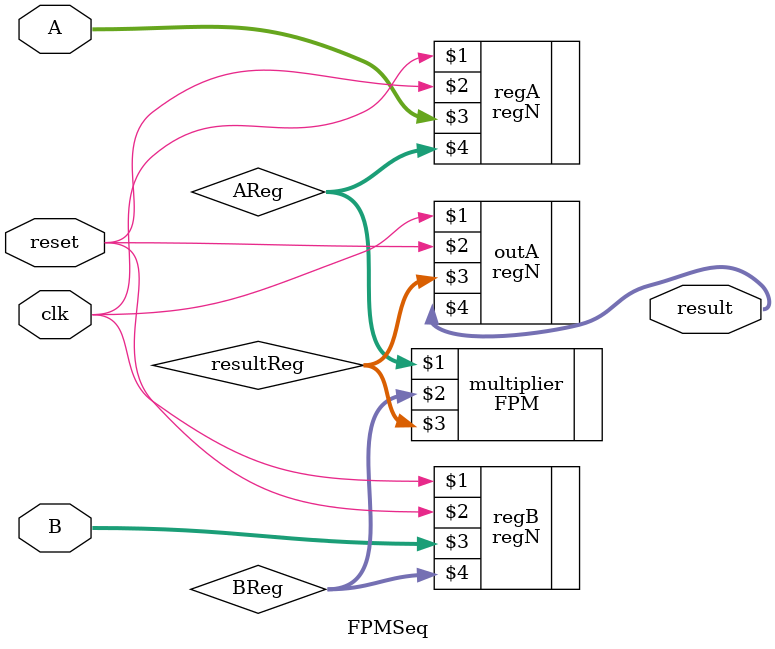
<source format=v>
module FPMSeq(
    A,
    B,
    clk,
    reset,
    result
);
input clk, reset;
input [31:0] A,B;
output [31:0]  result;
wire [31:0] AReg;
wire [31:0] BReg;
wire [31:0] resultReg;
regN #(32) regA (
    clk,
    reset,
    A,
    AReg
);
regN #(32) regB (
    clk,
    reset,
    B,
    BReg
);
FPM multiplier(
    AReg,
    BReg,
    resultReg
);
regN #(32) outA (
    clk,
    reset,
    resultReg[31:0],
    result[31:0]
);

endmodule
</source>
